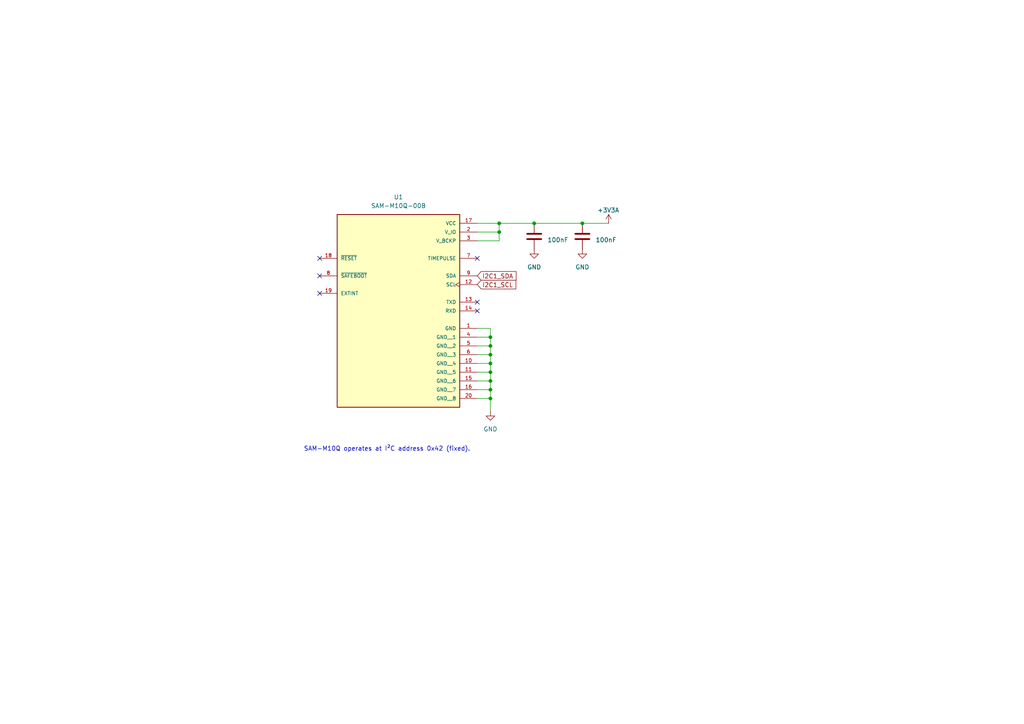
<source format=kicad_sch>
(kicad_sch (version 20250114) (generator "eeschema") (generator_version "9.0")
  (paper "A4")
  (lib_symbols
    (symbol "Device:C" (pin_numbers (hide yes)) (pin_names (offset 0.254))
      (property "Reference" "C" (at 0.635 2.54 0))
      (property "Value" "C" (at 0.635 -2.54 0))
      (symbol "C_0_1"
        (polyline (pts (xy -2.032 0.762) (xy 2.032 0.762)) (stroke (width 0.508)))
        (polyline (pts (xy -2.032 -0.762) (xy 2.032 -0.762)) (stroke (width 0.508)))
      )
      (symbol "C_1_1"
        (pin passive line (at 0 3.81 270) (length 2.794) (name "~") (number "1"))
        (pin passive line (at 0 -3.81 90) (length 2.794) (name "~") (number "2"))
      )
    )
    (symbol "SAM-M10Q-00B:SAM-M10Q-00B" (pin_names (offset 1.016))
      (property "Reference" "U" (at -17.78 18.542 0))
      (property "Value" "SAM-M10Q-00B" (at -17.78 -40.64 0))
      (symbol "SAM-M10Q-00B_0_0"
        (rectangle (start -17.78 -38.1) (end 17.78 17.78) (stroke (width 0.254)) (fill (type background)))
        (pin input line (at -22.86 5.08 0) (length 5.08) (name "~{RESET}") (number "18"))
        (pin input line (at -22.86 0 0) (length 5.08) (name "~{SAFEBOOT}") (number "8"))
        (pin input line (at -22.86 -5.08 0) (length 5.08) (name "EXTINT") (number "19"))
        (pin power_in line (at 22.86 15.24 180) (length 5.08) (name "VCC") (number "17"))
        (pin power_in line (at 22.86 12.7 180) (length 5.08) (name "V_IO") (number "2"))
        (pin power_in line (at 22.86 10.16 180) (length 5.08) (name "V_BCKP") (number "3"))
        (pin output line (at 22.86 5.08 180) (length 5.08) (name "TIMEPULSE") (number "7"))
        (pin bidirectional line (at 22.86 0 180) (length 5.08) (name "SDA") (number "9"))
        (pin input clock (at 22.86 -2.54 180) (length 5.08) (name "SCL") (number "12"))
        (pin output line (at 22.86 -7.62 180) (length 5.08) (name "TXD") (number "13"))
        (pin input line (at 22.86 -10.16 180) (length 5.08) (name "RXD") (number "14"))
        (pin power_in line (at 22.86 -15.24 180) (length 5.08) (name "GND") (number "1"))
        (pin power_in line (at 22.86 -17.78 180) (length 5.08) (name "GND__1") (number "4"))
        (pin power_in line (at 22.86 -20.32 180) (length 5.08) (name "GND__2") (number "5"))
        (pin power_in line (at 22.86 -22.86 180) (length 5.08) (name "GND__3") (number "6"))
        (pin power_in line (at 22.86 -25.4 180) (length 5.08) (name "GND__4") (number "10"))
        (pin power_in line (at 22.86 -27.94 180) (length 5.08) (name "GND__5") (number "11"))
        (pin power_in line (at 22.86 -30.48 180) (length 5.08) (name "GND__6") (number "15"))
        (pin power_in line (at 22.86 -33.02 180) (length 5.08) (name "GND__7") (number "16"))
        (pin power_in line (at 22.86 -35.56 180) (length 5.08) (name "GND__8") (number "20"))
      )
    )
    (symbol "power:+3V3" (power) (pin_numbers (hide yes)) (pin_names (offset 0) (hide yes))
      (property "Value" "+3V3" (at 0 3.556 0))
      (symbol "+3V3_0_1"
        (polyline (pts (xy -0.762 1.27) (xy 0 2.54)))
        (polyline (pts (xy 0 2.54) (xy 0.762 1.27)))
        (polyline (pts (xy 0 0) (xy 0 2.54)))
      )
      (symbol "+3V3_1_1"
        (pin power_in line (at 0 0 90) (length 0) (name "~") (number "1"))
      )
    )
    (symbol "power:GND" (power) (pin_numbers (hide yes)) (pin_names (offset 0) (hide yes))
      (property "Value" "GND" (at 0 -3.81 0))
      (symbol "GND_0_1"
        (polyline (pts (xy 0 0) (xy 0 -1.27) (xy 1.27 -1.27) (xy 0 -2.54) (xy -1.27 -1.27) (xy 0 -1.27)))
      )
      (symbol "GND_1_1"
        (pin power_in line (at 0 0 270) (length 0) (name "~") (number "1"))
      )
    )
  )
  (text "SAM-M10Q operates at I²C address 0x42 (fixed)." (at 112.268 130.302 0) (effects (font (size 1.27 1.27))))
  (junction (at 142.24 97.79))
  (junction (at 144.78 64.77))
  (junction (at 142.24 100.33))
  (junction (at 142.24 113.03))
  (junction (at 142.24 115.57))
  (junction (at 142.24 105.41))
  (junction (at 154.94 64.77))
  (junction (at 142.24 107.95))
  (junction (at 142.24 102.87))
  (junction (at 142.24 110.49))
  (junction (at 168.91 64.77))
  (junction (at 144.78 67.31))
  (no_connect (at 92.71 80.01))
  (no_connect (at 138.43 74.93))
  (no_connect (at 92.71 85.09))
  (no_connect (at 138.43 90.17))
  (no_connect (at 92.71 74.93))
  (no_connect (at 138.43 87.63))
  (wire (pts (xy 142.24 105.41) (xy 142.24 107.95)))
  (wire (pts (xy 138.43 95.25) (xy 142.24 95.25)))
  (wire (pts (xy 138.43 113.03) (xy 142.24 113.03)))
  (wire (pts (xy 144.78 69.85) (xy 138.43 69.85)))
  (wire (pts (xy 142.24 102.87) (xy 142.24 105.41)))
  (wire (pts (xy 144.78 67.31) (xy 144.78 69.85)))
  (wire (pts (xy 142.24 95.25) (xy 142.24 97.79)))
  (wire (pts (xy 138.43 102.87) (xy 142.24 102.87)))
  (wire (pts (xy 138.43 107.95) (xy 142.24 107.95)))
  (wire (pts (xy 144.78 64.77) (xy 154.94 64.77)))
  (wire (pts (xy 142.24 113.03) (xy 142.24 115.57)))
  (wire (pts (xy 142.24 115.57) (xy 138.43 115.57)))
  (wire (pts (xy 142.24 107.95) (xy 142.24 110.49)))
  (wire (pts (xy 138.43 97.79) (xy 142.24 97.79)))
  (wire (pts (xy 142.24 119.38) (xy 142.24 115.57)))
  (wire (pts (xy 144.78 67.31) (xy 144.78 64.77)))
  (wire (pts (xy 138.43 105.41) (xy 142.24 105.41)))
  (wire (pts (xy 138.43 67.31) (xy 144.78 67.31)))
  (wire (pts (xy 154.94 64.77) (xy 168.91 64.77)))
  (wire (pts (xy 138.43 64.77) (xy 144.78 64.77)))
  (wire (pts (xy 168.91 64.77) (xy 176.53 64.77)))
  (wire (pts (xy 142.24 110.49) (xy 142.24 113.03)))
  (wire (pts (xy 138.43 110.49) (xy 142.24 110.49)))
  (wire (pts (xy 142.24 97.79) (xy 142.24 100.33)))
  (wire (pts (xy 138.43 100.33) (xy 142.24 100.33)))
  (wire (pts (xy 142.24 100.33) (xy 142.24 102.87)))
  (global_label "I2C1_SDA" (shape input) (at 138.43 80.01 0) (property "Intersheetrefs" "${INTERSHEET_REFS}" (effects (hide yes))))
  (global_label "I2C1_SCL" (shape input) (at 138.43 82.55 0) (property "Intersheetrefs" "${INTERSHEET_REFS}" (effects (hide yes))))
  (symbol (lib_id "Device:C") (at 168.91 68.58 0) (unit 1)
    (property "Reference" "C24" (effects (hide yes)))
    (property "Value" "100nF" (at 172.72 69.596 0) (effects (justify left)))
    (property "Footprint" "Capacitor_SMD:C_0603_1608Metric_Pad1.08x0.95mm_HandSolder" (effects (hide yes)))
    (property "Description" "Unpolarized capacitor" (effects (hide yes)))
  )
  (symbol (lib_id "Device:C") (at 154.94 68.58 0) (unit 1)
    (property "Reference" "C18" (effects (hide yes)))
    (property "Value" "100nF" (at 158.75 69.596 0) (effects (justify left)))
    (property "Footprint" "Capacitor_SMD:C_0603_1608Metric_Pad1.08x0.95mm_HandSolder" (effects (hide yes)))
    (property "Description" "Unpolarized capacitor" (effects (hide yes)))
  )
  (symbol (lib_id "power:+3V3") (at 176.53 64.77 0) (unit 1)
    (property "Reference" "#PWR049" (effects (hide yes)))
    (property "Value" "+3V3A" (at 173.228 60.9599 0) (effects (justify left)))
    (property "Description" "Power symbol creates a global label with name \"+3V3\"" (effects (hide yes)))
  )
  (symbol (lib_id "power:GND") (at 154.94 72.39 0) (unit 1)
    (property "Reference" "#PWR093" (effects (hide yes)))
    (property "Value" "GND" (at 154.94 77.47 0))
    (property "Description" "Power symbol creates a global label with name \"GND\" , ground" (effects (hide yes)))
  )
  (symbol (lib_id "SAM-M10Q-00B:SAM-M10Q-00B") (at 115.57 80.01 0) (unit 1)
    (property "Reference" "U1" (at 115.57 57.15 0))
    (property "Value" "SAM-M10Q-00B" (at 115.57 59.69 0))
    (property "Footprint" "SAM-M10Q:XCVR_SAM-M10Q-00B" (effects (hide yes)))
    (property "PARTREV" "R03" (effects (hide yes)))
    (property "MANUFACTURER" "u-blox" (effects (hide yes)))
    (property "STANDARD" "Manufacturer Recommendations" (effects (hide yes)))
    (property "MAXIMUM_PACKAGE_HEIGHT" "6.8mm" (effects (hide yes)))
    (property "SNAPEDA_PN" "SAM-M10Q-00B" (effects (hide yes)))
  )
  (symbol (lib_id "power:GND") (at 168.91 72.39 0) (unit 1)
    (property "Reference" "#PWR029" (effects (hide yes)))
    (property "Value" "GND" (at 168.91 77.47 0))
    (property "Description" "Power symbol creates a global label with name \"GND\" , ground" (effects (hide yes)))
  )
  (symbol (lib_id "power:GND") (at 142.24 119.38 0) (unit 1)
    (property "Reference" "#PWR02" (effects (hide yes)))
    (property "Value" "GND" (at 142.24 124.46 0))
    (property "Description" "Power symbol creates a global label with name \"GND\" , ground" (effects (hide yes)))
  )
)
</source>
